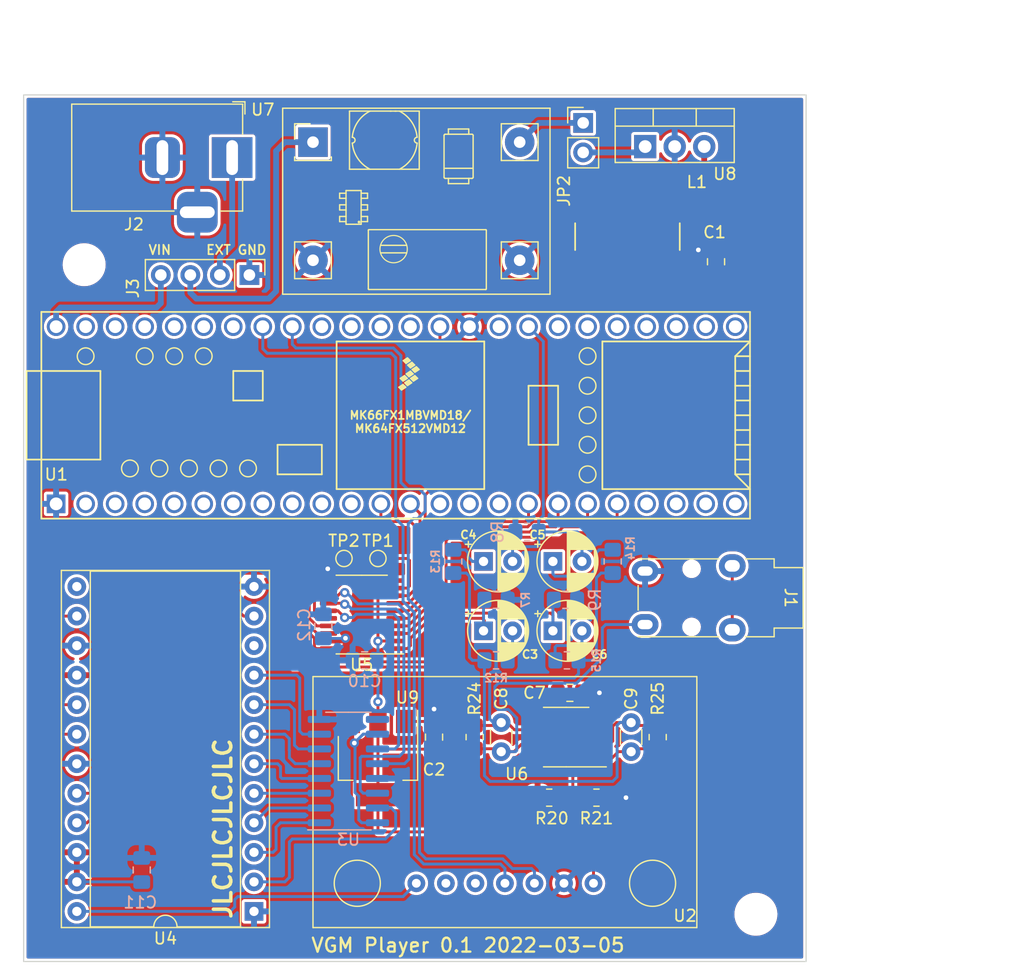
<source format=kicad_pcb>
(kicad_pcb (version 20211014) (generator pcbnew)
  (layers (0 "F.Cu" signal) (31 "B.Cu" signal) (35 "F.Paste" user) (36 "B.SilkS" user "B.Silkscreen") (37 "F.SilkS" user "F.Silkscreen") (38 "B.Mask" user) (39 "F.Mask" user) (44 "Edge.Cuts" user))
  (net 0 "")
  (net 1 "+5V")
  (net 2 "GND")
  (net 3 "+3V3")
  (net 4 "FM_L")
  (net 5 "PSG_LR")
  (net 6 "Net-(C5-Pad1)")
  (net 7 "FM_R")
  (net 8 "Net-(C6-Pad2)")
  (net 9 "VIN")
  (net 10 "FM_A1")
  (net 11 "FM_A1_HV")
  (net 12 "FM_A0")
  (net 13 "FM_A0_HV")
  (net 14 "Net-(TP1-Pad1)")
  (net 15 "Net-(TP2-Pad1)")
  (net 16 "FM_IC")
  (net 17 "FM_IC_HV")
  (net 18 "SR_MOSI")
  (net 19 "SR_SCK")
  (net 20 "SR_CS")
  (net 21 "SDA")
  (net 22 "SCL")
  (net 23 "FM_CLK")
  (net 28 "Net-(C4-Pad1)")
  (net 29 "Net-(C3-Pad2)")
  (net 59 "Net-(L1-Pad1)")
  (net 61 "SR_MOSI_HV")
  (net 62 "SR_SCK_HV")
  (net 63 "SR_CS_HV")
  (net 70 "FM_CS")
  (net 71 "FM_CS_HV")
  (net 72 "/VREF")
  (net 73 "/AR")
  (net 74 "/AL")
  (net 75 "/RIGHT")
  (net 76 "/LEFT")
  (net 77 "/D1")
  (net 78 "/D2")
  (net 79 "/D3")
  (net 80 "/D4")
  (net 81 "/D5")
  (net 82 "/D6")
  (net 83 "/D7")
  (net 84 "/D0")
  (net 85 "Net-(J3-Pad3)")
  (net 86 "Net-(JP2-Pad1)")
  (net 87 "Net-(JP2-Pad2)")
  (net 88 "Net-(J2-Pad1)")
  (footprint "Connector_Audio:Jack_3.5mm_Lumberg_1503_07_Horizontal" (layer "F.Cu") (at 166.116 99.314 -90)
    (fp_text reference "J1")
    (fp_text value "AudioJack3")
  )
  (footprint "MountingHole:MountingHole_3.2mm_M3" (layer "F.Cu") (at 110.363 73.406)
    (fp_text reference "H2" hide)
    (fp_text value "MountingHole")
  )
  (footprint "Resistor_SMD:R_0805_2012Metric_Pad1.20x1.40mm_HandSolder" (layer "F.Cu") (at 143.953 114.046 -90)
    (fp_text reference "R24")
    (fp_text value "100k")
  )
  (footprint "Package_TO_SOT_SMD:SOT-223-3_TabPin2" (layer "F.Cu") (at 135.636 115.849 -90)
    (fp_text reference "U9")
    (fp_text value "AMS1117-3.3")
  )
  (footprint "Package_DIP:DIP-24_W15.24mm_Socket" (layer "F.Cu") (at 124.973 129.037 180)
    (fp_text reference "U4")
    (fp_text value "YM2612")
  )
  (footprint "proj:Choke_CD105" (layer "F.Cu") (at 157.099 70.993 -90)
    (fp_text reference "L1")
    (fp_text value "100u")
  )
  (footprint "Capacitor_THT:CP_Radial_D5.0mm_P2.50mm" (layer "F.Cu") (at 144.717888 104.902)
    (fp_text reference "C3")
    (fp_text value "10u")
  )
  (footprint "Capacitor_SMD:C_0805_2012Metric_Pad1.18x1.45mm_HandSolder" (layer "F.Cu") (at 152.146 110.236)
    (fp_text reference "C7")
    (fp_text value "10u")
  )
  (footprint "TestPoint:TestPoint_Pad_D1.0mm" (layer "F.Cu") (at 135.636 98.679)
    (fp_text reference "TP1")
    (fp_text value "TestPoint")
  )
  (footprint "Resistor_SMD:R_0805_2012Metric_Pad1.20x1.40mm_HandSolder" (layer "F.Cu") (at 150.368 119.253)
    (fp_text reference "R20")
    (fp_text value "470")
  )
  (footprint "Capacitor_SMD:C_0805_2012Metric_Pad1.18x1.45mm_HandSolder" (layer "F.Cu") (at 164.719 73.152 90)
    (fp_text reference "C1")
    (fp_text value "10u")
  )
  (footprint "Resistor_SMD:R_0805_2012Metric_Pad1.20x1.40mm_HandSolder" (layer "F.Cu") (at 154.432 119.253)
    (fp_text reference "R21")
    (fp_text value "680")
  )
  (footprint "Connector_PinHeader_2.54mm:PinHeader_1x02_P2.54mm_Vertical" (layer "F.Cu") (at 153.289 61.209)
    (fp_text reference "JP2")
    (fp_text value "Jumper_2_Open")
  )
  (footprint "TestPoint:TestPoint_Pad_D1.0mm" (layer "F.Cu") (at 132.715 98.679)
    (fp_text reference "TP2")
    (fp_text value "TestPoint")
  )
  (footprint "Capacitor_THT:C_Disc_D3.0mm_W1.6mm_P2.50mm" (layer "F.Cu") (at 146.239 112.796 -90)
    (fp_text reference "C8")
    (fp_text value "47p")
  )
  (footprint "Capacitor_THT:CP_Radial_D5.0mm_P2.50mm" (layer "F.Cu") (at 150.686888 104.902)
    (fp_text reference "C6")
    (fp_text value "10u")
  )
  (footprint "Connector_PinHeader_2.54mm:PinHeader_1x04_P2.54mm_Vertical" (layer "F.Cu") (at 124.577 74.295 -90)
    (fp_text reference "J3")
    (fp_text value "Conn_01x04_Male")
  )
  (footprint "Capacitor_SMD:C_0805_2012Metric_Pad1.18x1.45mm_HandSolder" (layer "F.Cu") (at 140.462 114.046 90)
    (fp_text reference "C2")
    (fp_text value "10u")
  )
  (footprint "Capacitor_THT:CP_Radial_D5.0mm_P2.50mm" (layer "F.Cu") (at 144.717888 98.933)
    (fp_text reference "C4")
    (fp_text value "1u")
  )
  (footprint "MountingHole:MountingHole_3.2mm_M3" (layer "F.Cu") (at 168.148 129.286)
    (fp_text reference "H1" hide)
    (fp_text value "MountingHole")
  )
  (footprint "proj:Teensy35_36" (layer "F.Cu") (at 137.16 86.36)
    (fp_text reference "U1")
    (fp_text value "Teensy3.6")
  )
  (footprint "Capacitor_THT:CP_Radial_D5.0mm_P2.50mm" (layer "F.Cu") (at 150.686888 98.933)
    (fp_text reference "C5")
    (fp_text value "1u")
  )
  (footprint "proj:YAAJ_DCDC_StepUp_SX1308" (layer "F.Cu") (at 130.048 62.865)
    (fp_text reference "U7")
    (fp_text value "YAAJ_DCDC_StepUp_SX1308")
  )
  (footprint "Package_SO:SOIC-8_3.9x4.9mm_P1.27mm" (layer "F.Cu") (at 151.827 114.046 180)
    (fp_text reference "U6")
    (fp_text value "TL072")
  )
  (footprint "Resistor_SMD:R_0805_2012Metric_Pad1.20x1.40mm_HandSolder" (layer "F.Cu") (at 159.701 114.046 -90)
    (fp_text reference "R25")
    (fp_text value "100k")
  )
  (footprint "Package_SO:TSSOP-20_4.4x6.5mm_P0.65mm" (layer "F.Cu") (at 134.239 103.505 180)
    (fp_text reference "U5")
    (fp_text value "TXS0108EPW")
  )
  (footprint "Connector_BarrelJack:BarrelJack_Horizontal" (layer "F.Cu") (at 123.094 64.1935)
    (fp_text reference "J2")
    (fp_text value "Barrel_Jack")
  )
  (footprint "Package_TO_SOT_THT:TO-220-3_Vertical" (layer "F.Cu") (at 158.623 63.246)
    (fp_text reference "U8")
    (fp_text value "L7805")
  )
  (footprint "Capacitor_THT:C_Disc_D3.0mm_W1.6mm_P2.50mm" (layer "F.Cu") (at 157.415 112.796 -90)
    (fp_text reference "C9")
    (fp_text value "47p")
  )
  (footprint "proj:Adafruit_Si5351_Module" (layer "F.Cu") (at 142.748 121.539 90)
    (fp_text reference "U2")
    (fp_text value "Adafruit_Si5351_Module")
  )
  (footprint "Capacitor_SMD:C_0805_2012Metric_Pad1.18x1.45mm_HandSolder" (layer "B.Cu") (at 115.316 125.476 90)
    (fp_text reference "C11")
    (fp_text value "100n")
  )
  (footprint "Capacitor_SMD:C_0805_2012Metric_Pad1.18x1.45mm_HandSolder" (layer "B.Cu") (at 134.493 107.442)
    (fp_text reference "C10")
    (fp_text value "100n")
  )
  (footprint "Resistor_SMD:R_0805_2012Metric_Pad1.20x1.40mm_HandSolder" (layer "B.Cu") (at 151.765 102.235)
    (fp_text reference "R9")
    (fp_text value "2k2")
  )
  (footprint "Capacitor_SMD:C_0805_2012Metric_Pad1.18x1.45mm_HandSolder" (layer "B.Cu") (at 130.937 104.521 90)
    (fp_text reference "C12")
    (fp_text value "100n")
  )
  (footprint "Resistor_SMD:R_0805_2012Metric_Pad1.20x1.40mm_HandSolder" (layer "B.Cu") (at 151.892 107.442)
    (fp_text reference "R15")
    (fp_text value "4k7")
  )
  (footprint "Resistor_SMD:R_0805_2012Metric_Pad1.20x1.40mm_HandSolder" (layer "B.Cu") (at 148.463 96.393 180)
    (fp_text reference "R8")
    (fp_text value "330")
  )
  (footprint "Resistor_SMD:R_0805_2012Metric_Pad1.20x1.40mm_HandSolder" (layer "B.Cu") (at 142.113 98.933 -90)
    (fp_text reference "R13")
    (fp_text value "220")
  )
  (footprint "Resistor_SMD:R_0805_2012Metric_Pad1.20x1.40mm_HandSolder" (layer "B.Cu") (at 145.796 107.442 180)
    (fp_text reference "R12")
    (fp_text value "4k7")
  )
  (footprint "Package_SO:SOP-16_3.9x9.9mm_P1.27mm" (layer "B.Cu") (at 133.096 116.967)
    (fp_text reference "U3")
    (fp_text value "74HC595")
  )
  (footprint "Resistor_SMD:R_0805_2012Metric_Pad1.20x1.40mm_HandSolder" (layer "B.Cu") (at 155.829 98.933 -90)
    (fp_text reference "R14")
    (fp_text value "220")
  )
  (footprint "Resistor_SMD:R_0805_2012Metric_Pad1.20x1.40mm_HandSolder" (layer "B.Cu") (at 145.796 102.235)
    (fp_text reference "R7")
    (fp_text value "2k2")
  )
  (gr_rect (start 105.156 133.35) (end 172.466 58.801) (layer "Edge.Cuts") (width 0.1) (fill none))
  (gr_text "JLCJLCJLCJLC" (at 122.301 121.92 90) (layer "F.SilkS") (effects (font (size 1.5 1.5) (thickness 0.3))))
  (gr_text "VGM Player 0.1 2022-03-05" (at 143.383 131.953) (layer "F.SilkS") (effects (font (size 1.2 1.2) (thickness 0.2))))
  (gr_text "VIN     EXT GND" (at 115.824 72.136) (layer "F.SilkS") (effects (font (size 0.8 0.8)) (justify left)))
  (segment (start 133.604 112.967) (end 133.336 112.699) (width 0.25) (layer "F.Cu") (net 1))
  (via (at 133.604 114.554) (size 0.8) (drill 0.4) (layers "F.Cu" "B.Cu") (net 1))
  (via (at 132.842 105.537) (size 0.8) (drill 0.4) (layers "F.Cu" "B.Cu") (net 1))
  (segment (start 135.596 113.792) (end 134.366 113.792) (width 0.25) (layer "B.Cu") (net 1))
  (segment (start 133.985 119.126718) (end 133.985 121.158) (width 0.25) (layer "B.Cu") (net 1))
  (segment (start 134.366 113.792) (end 133.604 114.554) (width 0.25) (layer "B.Cu") (net 1))
  (segment (start 115.2995 126.497) (end 115.316 126.5135) (width 0.25) (layer "B.Cu") (net 1))
  (segment (start 134.239 121.412) (end 135.596 121.412) (width 0.25) (layer "B.Cu") (net 1))
  (segment (start 133.66248 114.61248) (end 133.66248 118.804197) (width 0.25) (layer "B.Cu") (net 1))
  (segment (start 109.733 126.497) (end 115.2995 126.497) (width 0.25) (layer "B.Cu") (net 1))
  (segment (start 132.8205 105.5585) (end 130.937 105.5585) (width 0.25) (layer "B.Cu") (net 1))
  (segment (start 133.604 114.554) (end 133.66248 114.61248) (width 0.25) (layer "B.Cu") (net 1))
  (segment (start 133.66248 118.804197) (end 133.985 119.126718) (width 0.25) (layer "B.Cu") (net 1))
  (segment (start 133.985 121.158) (end 134.239 121.412) (width 0.25) (layer "B.Cu") (net 1))
  (segment (start 140.1525 112.699) (end 140.462 113.0085) (width 0.25) (layer "F.Cu") (net 2))
  (segment (start 140.462 113.0085) (end 140.462 111.633) (width 0.25) (layer "F.Cu") (net 2))
  (segment (start 155.432 119.253) (end 156.972 119.253) (width 0.25) (layer "F.Cu") (net 2))
  (segment (start 131.3765 100.58) (end 131.3765 99.6265) (width 0.25) (layer "F.Cu") (net 2))
  (segment (start 154.686 110.236) (end 154.686 111.757) (width 0.25) (layer "F.Cu") (net 2))
  (segment (start 153.1835 110.236) (end 154.686 110.236) (width 0.25) (layer "F.Cu") (net 2))
  (segment (start 131.3765 99.6265) (end 131.318 99.568) (width 0.25) (layer "F.Cu") (net 2))
  (segment (start 164.719 72.1145) (end 163.2165 72.1145) (width 0.25) (layer "F.Cu") (net 2))
  (segment (start 137.936 112.699) (end 140.1525 112.699) (width 0.25) (layer "F.Cu") (net 2))
  (segment (start 154.686 111.757) (end 154.302 112.141) (width 0.25) (layer "F.Cu") (net 2))
  (segment (start 163.2165 72.1145) (end 163.195 72.136) (width 0.25) (layer "F.Cu") (net 2))
  (via (at 131.318 99.568) (size 0.8) (drill 0.4) (layers "F.Cu" "B.Cu") (net 2))
  (via (at 154.686 110.236) (size 0.8) (drill 0.4) (layers "F.Cu" "B.Cu") (net 2))
  (via (at 163.195 72.136) (size 0.8) (drill 0.4) (layers "F.Cu" "B.Cu") (net 2))
  (via (at 156.972 119.253) (size 0.8) (drill 0.4) (layers "F.Cu" "B.Cu") (net 2))
  (via (at 140.462 111.633) (size 0.8) (drill 0.4) (layers "F.Cu" "B.Cu") (net 2))
  (segment (start 135.636 112.699) (end 135.636 110.998) (width 0.25) (layer "F.Cu") (net 3))
  (segment (start 135.636 100.838) (end 135.894 100.58) (width 0.25) (layer "F.Cu") (net 3))
  (segment (start 135.636 122.1775) (end 135.6575 122.199) (width 0.25) (layer "F.Cu") (net 3))
  (segment (start 135.6575 115.0835) (end 135.636 115.062) (width 0.25) (layer "F.Cu") (net 3))
  (segment (start 153.695 122.199) (end 154.178 122.682) (width 0.25) (layer "F.Cu") (net 3))
  (segment (start 135.636 115.722) (end 135.636 118.999) (width 0.25) (layer "F.Cu") (net 3))
  (segment (start 135.636 105.791) (end 135.636 100.838) (width 0.25) (layer "F.Cu") (net 3))
  (segment (start 154.178 122.682) (end 154.178 126.619) (width 0.25) (layer "F.Cu") (net 3))
  (segment (start 135.647 105.78) (end 135.636 105.791) (width 0.25) (layer "F.Cu") (net 3))
  (segment (start 135.636 118.999) (end 135.636 122.1775) (width 0.25) (layer "F.Cu") (net 3))
  (segment (start 140.462 115.0835) (end 135.6575 115.0835) (width 0.25) (layer "F.Cu") (net 3))
  (segment (start 135.636 112.699) (end 135.636 115.062) (width 0.25) (layer "F.Cu") (net 3))
  (segment (start 135.894 100.58) (end 137.1015 100.58) (width 0.25) (layer "F.Cu") (net 3))
  (segment (start 137.1015 105.78) (end 135.647 105.78) (width 0.25) (layer "F.Cu") (net 3))
  (segment (start 135.6575 122.199) (end 153.695 122.199) (width 0.25) (layer "F.Cu") (net 3))
  (segment (start 135.636 115.062) (end 135.636 115.722) (width 0.25) (layer "F.Cu") (net 3))
  (via (at 135.636 105.791) (size 0.8) (drill 0.4) (layers "F.Cu" "B.Cu") (net 3))
  (via (at 135.636 110.998) (size 0.8) (drill 0.4) (layers "F.Cu" "B.Cu") (net 3))
  (segment (start 135.636 107.5475) (end 135.5305 107.442) (width 0.25) (layer "B.Cu") (net 3))
  (segment (start 135.636 110.998) (end 135.636 107.5475) (width 0.25) (layer "B.Cu") (net 3))
  (segment (start 135.636 107.3365) (end 135.5305 107.442) (width 0.25) (layer "B.Cu") (net 3))
  (segment (start 135.636 105.791) (end 135.636 107.3365) (width 0.25) (layer "B.Cu") (net 3))
  (segment (start 112.395 106.172) (end 113.21548 105.35152) (width 0.25) (layer "F.Cu") (net 4))
  (segment (start 110.871 121.158) (end 110.871 119.634718) (width 0.25) (layer "F.Cu") (net 4))
  (segment (start 141.537197 108.01852) (end 142.24 107.315718) (width 0.25) (layer "F.Cu") (net 4))
  (segment (start 142.67948 103.82752) (end 144.59452 103.82752) (width 0.25) (layer "F.Cu") (net 4))
  (segment (start 112.395 118.110718) (end 112.395 106.172) (width 0.25) (layer "F.Cu") (net 4))
  (segment (start 127.761283 107.442) (end 128.337802 108.01852) (width 0.25) (layer "F.Cu") (net 4))
  (segment (start 109.733 121.417) (end 110.612 121.417) (width 0.25) (layer "F.Cu") (net 4))
  (segment (start 144.78 104.839888) (end 144.717888 104.902) (width 0.25) (layer "F.Cu") (net 4))
  (segment (start 110.871 119.634718) (end 112.395 118.110718) (width 0.25) (layer "F.Cu") (net 4))
  (segment (start 128.337802 108.01852) (end 141.537197 108.01852) (width 0.25) (layer "F.Cu") (net 4))
  (segment (start 123.698 105.791) (end 123.698 106.934) (width 0.25) (layer "F.Cu") (net 4))
  (segment (start 142.24 104.267) (end 142.67948 103.82752) (width 0.25) (layer "F.Cu") (net 4))
  (segment (start 110.612 121.417) (end 110.871 121.158) (width 0.25) (layer "F.Cu") (net 4))
  (segment (start 123.698 106.934) (end 124.206 107.442) (width 0.25) (layer "F.Cu") (net 4))
  (segment (start 144.78 104.013) (end 144.78 104.839888) (width 0.25) (layer "F.Cu") (net 4))
  (segment (start 142.24 107.315718) (end 142.24 104.267) (width 0.25) (layer "F.Cu") (net 4))
  (segment (start 113.21548 105.35152) (end 123.25852 105.35152) (width 0.25) (layer "F.Cu") (net 4))
  (segment (start 124.206 107.442) (end 127.761283 107.442) (width 0.25) (layer "F.Cu") (net 4))
  (segment (start 123.25852 105.35152) (end 123.698 105.791) (width 0.25) (layer "F.Cu") (net 4))
  (segment (start 144.59452 103.82752) (end 144.78 104.013) (width 0.25) (layer "F.Cu") (net 4))
  (segment (start 144.717888 104.902) (end 144.717888 102.313112) (width 0.25) (layer "B.Cu") (net 4))
  (segment (start 144.717888 102.313112) (end 144.796 102.235) (width 0.25) (layer "B.Cu") (net 4))
  (segment (start 153.186888 96.798888) (end 153.186888 98.933) (width 0.25) (layer "B.Cu") (net 5))
  (segment (start 147.447 97.663) (end 147.217888 97.892112) (width 0.25) (layer "B.Cu") (net 5))
  (segment (start 148.59 78.74) (end 149.86 80.01) (width 0.25) (layer "B.Cu") (net 5))
  (segment (start 149.463 97.552) (end 149.352 97.663) (width 0.25) (layer "B.Cu") (net 5))
  (segment (start 149.352 97.663) (end 147.447 97.663) (width 0.25) (layer "B.Cu") (net 5))
  (segment (start 149.86 80.01) (end 149.86 94.996) (width 0.25) (layer "B.Cu") (net 5))
  (segment (start 152.781 96.393) (end 153.186888 96.798888) (width 0.25) (layer "B.Cu") (net 5))
  (segment (start 149.463 95.393) (end 149.463 96.393) (width 0.25) (layer "B.Cu") (net 5))
  (segment (start 149.86 94.996) (end 149.463 95.393) (width 0.25) (layer "B.Cu") (net 5))
  (segment (start 149.463 96.393) (end 152.781 96.393) (width 0.25) (layer "B.Cu") (net 5))
  (segment (start 149.463 96.393) (end 149.463 97.552) (width 0.25) (layer "B.Cu") (net 5))
  (segment (start 147.217888 97.892112) (end 147.217888 98.933) (width 0.25) (layer "B.Cu") (net 5))
  (segment (start 153.797 100.203) (end 154.432 99.568) (width 0.25) (layer "B.Cu") (net 6))
  (segment (start 150.876 100.203) (end 153.797 100.203) (width 0.25) (layer "B.Cu") (net 6))
  (segment (start 150.686888 98.933) (end 150.686888 100.013888) (width 0.25) (layer "B.Cu") (net 6))
  (segment (start 154.67 97.933) (end 155.829 97.933) (width 0.25) (layer "B.Cu") (net 6))
  (segment (start 150.686888 100.013888) (end 150.876 100.203) (width 0.25) (layer "B.Cu") (net 6))
  (segment (start 154.432 99.568) (end 154.432 98.171) (width 0.25) (layer "B.Cu") (net 6))
  (segment (start 154.432 98.171) (end 154.67 97.933) (width 0.25) (layer "B.Cu") (net 6))
  (segment (start 110.993 118.877) (end 111.94548 117.92452) (width 0.25) (layer "F.Cu") (net 7))
  (segment (start 113.029282 104.902) (end 125.73 104.902) (width 0.25) (layer "F.Cu") (net 7))
  (segment (start 150.686888 103.569888) (end 150.686888 104.902) (width 0.25) (layer "F.Cu") (net 7))
  (segment (start 127.94748 106.99248) (end 128.524 107.569) (width 0.25) (layer "F.Cu") (net 7))
  (segment (start 126.365 105.537) (end 126.365 106.68) (width 0.25) (layer "F.Cu") (net 7))
  (segment (start 128.524 107.569) (end 141.351 107.569) (width 0.25) (layer "F.Cu") (net 7))
  (segment (start 111.94548 105.985802) (end 113.029282 104.902) (width 0.25) (layer "F.Cu") (net 7))
  (segment (start 141.79048 107.12952) (end 141.79048 104.080802) (width 0.25) (layer "F.Cu") (net 7))
  (segment (start 142.493282 103.378) (end 150.495 103.378) (width 0.25) (layer "F.Cu") (net 7))
  (segment (start 150.495 103.378) (end 150.686888 103.569888) (width 0.25) (layer "F.Cu") (net 7))
  (segment (start 125.73 104.902) (end 126.365 105.537) (width 0.25) (layer "F.Cu") (net 7))
  (segment (start 111.94548 117.92452) (end 111.94548 105.985802) (width 0.25) (layer "F.Cu") (net 7))
  (segment (start 109.733 118.877) (end 110.993 118.877) (width 0.25) (layer "F.Cu") (net 7))
  (segment (start 126.365 106.68) (end 126.67748 106.99248) (width 0.25) (layer "F.Cu") (net 7))
  (segment (start 126.67748 106.99248) (end 127.94748 106.99248) (width 0.25) (layer "F.Cu") (net 7))
  (segment (start 141.79048 104.080802) (end 142.493282 103.378) (width 0.25) (layer "F.Cu") (net 7))
  (segment (start 141.351 107.569) (end 141.79048 107.12952) (width 0.25) (layer "F.Cu") (net 7))
  (segment (start 150.686888 102.313112) (end 150.765 102.235) (width 0.25) (layer "B.Cu") (net 7))
  (segment (start 150.686888 104.902) (end 150.686888 102.313112) (width 0.25) (layer "B.Cu") (net 7))
  (segment (start 150.876 107.426) (end 150.892 107.442) (width 0.25) (layer "B.Cu") (net 8))
  (segment (start 152.908 106.172) (end 151.003 106.172) (width 0.25) (layer "B.Cu") (net 8))
  (segment (start 153.186888 105.893112) (end 152.908 106.172) (width 0.25) (layer "B.Cu") (net 8))
  (segment (start 151.003 106.172) (end 150.876 106.299) (width 0.25) (layer "B.Cu") (net 8))
  (segment (start 150.876 106.299) (end 150.876 107.426) (width 0.25) (layer "B.Cu") (net 8))
  (segment (start 153.186888 104.902) (end 153.186888 105.893112) (width 0.25) (layer "B.Cu") (net 8))
  (segment (start 108.331 77.089) (end 116.586 77.089) (width 0.5) (layer "B.Cu") (net 9))
  (segment (start 107.95 78.74) (end 107.95 77.47) (width 0.5) (layer "B.Cu") (net 9))
  (segment (start 107.95 77.47) (end 108.331 77.089) (width 0.5) (layer "B.Cu") (net 9))
  (segment (start 116.586 77.089) (end 116.957 76.718) (width 0.5) (layer "B.Cu") (net 9))
  (segment (start 116.957 76.718) (end 116.957 74.295) (width 0.5) (layer "B.Cu") (net 9))
  (segment (start 148.59 95.25) (end 148.59 93.98) (width 0.25) (layer "F.Cu") (net 10))
  (segment (start 140.14952 101.914633) (end 140.14952 95.81648) (width 0.25) (layer "F.Cu") (net 10))
  (segment (start 148.336 95.504) (end 148.59 95.25) (width 0.25) (layer "F.Cu") (net 10))
  (segment (start 137.1015 103.83) (end 138.234154 103.83) (width 0.25) (layer "F.Cu") (net 10))
  (segment (start 138.234154 103.83) (end 140.14952 101.914633) (width 0.25) (layer "F.Cu") (net 10))
  (segment (start 140.14952 95.81648) (end 140.462 95.504) (width 0.25) (layer "F.Cu") (net 10))
  (segment (start 140.462 95.504) (end 148.336 95.504) (width 0.25) (layer "F.Cu") (net 10))
  (segment (start 130.175 103.632) (end 130.175 99.821282) (width 0.25) (layer "F.Cu") (net 11))
  (segment (start 107.315 113.284) (end 107.828 113.797) (width 0.25) (layer "F.Cu") (net 11))
  (segment (start 107.828 113.797) (end 109.733 113.797) (width 0.25) (layer "F.Cu") (net 11))
  (segment (start 131.3765 103.83) (end 130.373 103.83) (width 0.25) (layer "F.Cu") (net 11))
  (segment (start 128.905718 98.552) (end 108.330283 98.552) (width 0.25) (layer "F.Cu") (net 11))
  (segment (start 107.315 99.567283) (end 107.315 113.284) (width 0.25) (layer "F.Cu") (net 11))
  (segment (start 108.330283 98.552) (end 107.315 99.567283) (width 0.25) (layer "F.Cu") (net 11))
  (segment (start 130.175 99.821282) (end 128.905718 98.552) (width 0.25) (layer "F.Cu") (net 11))
  (segment (start 130.373 103.83) (end 130.175 103.632) (width 0.25) (layer "F.Cu") (net 11))
  (segment (start 140.59904 102.10083) (end 140.59904 96.266) (width 0.25) (layer "F.Cu") (net 12))
  (segment (start 151.13 95.123) (end 151.13 93.98) (width 0.25) (layer "F.Cu") (net 12))
  (segment (start 148.522197 95.95352) (end 148.971718 95.504) (width 0.25) (layer "F.Cu") (net 12))
  (segment (start 140.59904 96.266) (end 140.91152 95.95352) (width 0.25) (layer "F.Cu") (net 12))
  (segment (start 138.219872 104.48) (end 140.59904 102.10083) (width 0.25) (layer "F.Cu") (net 12))
  (segment (start 148.971718 95.504) (end 150.749 95.504) (width 0.25) (layer "F.Cu") (net 12))
  (segment (start 140.91152 95.95352) (end 148.522197 95.95352) (width 0.25) (layer "F.Cu") (net 12))
  (segment (start 150.749 95.504) (end 151.13 95.123) (width 0.25) (layer "F.Cu") (net 12))
  (segment (start 137.1015 104.48) (end 138.219872 104.48) (width 0.25) (layer "F.Cu") (net 12))
  (segment (start 107.76452 110.93952) (end 108.082 111.257) (width 0.25) (layer "F.Cu") (net 13))
  (segment (start 108.51648 99.00152) (end 107.76452 99.75348) (width 0.25) (layer "F.Cu") (net 13))
  (segment (start 128.71952 99.00152) (end 108.51648 99.00152) (width 0.25) (layer "F.Cu") (net 13))
  (segment (start 129.72548 103.818197) (end 129.72548 100.00748) (width 0.25) (layer "F.Cu") (net 13))
  (segment (start 131.3765 104.48) (end 130.387282 104.48) (width 0.25) (layer "F.Cu") (net 13))
  (segment (start 107.76452 99.75348) (end 107.76452 110.93952) (width 0.25) (layer "F.Cu") (net 13))
  (segment (start 129.72548 100.00748) (end 128.71952 99.00152) (width 0.25) (layer "F.Cu") (net 13))
  (segment (start 108.082 111.257) (end 109.733 111.257) (width 0.25) (layer "F.Cu") (net 13))
  (segment (start 130.387282 104.48) (end 129.72548 103.818197) (width 0.25) (layer "F.Cu") (net 13))
  (segment (start 138.35144 101.04356) (end 138.35144 98.85444) (width 0.25) (layer "F.Cu") (net 14))
  (segment (start 138.176 98.679) (end 135.636 98.679) (width 0.25) (layer "F.Cu") (net 14))
  (segment (start 137.1015 101.23) (end 138.165 101.23) (width 0.25) (layer "F.Cu") (net 14))
  (segment (start 138.35144 98.85444) (end 138.176 98.679) (width 0.25) (layer "F.Cu") (net 14))
  (segment (start 138.165 101.23) (end 138.35144 101.04356) (width 0.25) (layer "F.Cu") (net 14))
  (segment (start 132.715 100.650883) (end 132.715 98.679) (width 0.25) (layer "F.Cu") (net 15))
  (segment (start 131.3765 101.23) (end 132.135883 101.23) (width 0.25) (layer "F.Cu") (net 15))
  (segment (start 132.135883 101.23) (end 132.715 100.650883) (width 0.25) (layer "F.Cu") (net 15))
  (segment (start 141.78044 96.85256) (end 148.894592 96.85256) (width 0.25) (layer "F.Cu") (net 16))
  (segment (start 151.570915 95.95352) (end 153.475197 95.95352) (width 0.25) (layer "F.Cu") (net 16))
  (segment (start 153.924718 95.504) (end 155.829 95.504) (width 0.25) (layer "F.Cu") (net 16))
  (segment (start 156.21 95.123) (end 156.21 93.98) (width 0.25) (layer "F.Cu") (net 16))
  (segment (start 138.43 106.172) (end 138.43 105.541306) (width 0.25) (layer "F.Cu") (net 16))
  (segment (start 138.172 106.43) (end 138.43 106.172) (width 0.25) (layer "F.Cu") (net 16))
  (segment (start 155.829 95.504) (end 156.21 95.123) (width 0.25) (layer "F.Cu") (net 16))
  (segment (start 151.121394 96.40304) (end 151.570915 95.95352) (width 0.25) (layer "F.Cu") (net 16))
  (segment (start 138.43 105.541306) (end 139.130654 104.840654) (width 0.25) (layer "F.Cu") (net 16))
  (segment (start 149.344112 96.40304) (end 151.121394 96.40304) (width 0.25) (layer "F.Cu") (net 16))
  (segment (start 137.1015 106.43) (end 138.172 106.43) (width 0.25) (layer "F.Cu") (net 16))
  (segment (start 141.49808 97.13492) (end 141.78044 96.85256) (width 0.25) (layer "F.Cu") (net 16))
  (segment (start 148.894592 96.85256) (end 149.344112 96.40304) (width 0.25) (layer "F.Cu") (net 16))
  (segment (start 139.130654 104.840654) (end 141.49808 102.473225) (width 0.25) (layer "F.Cu") (net 16))
  (segment (start 153.475197 95.95352) (end 153.924718 95.504) (width 0.25) (layer "F.Cu") (net 16))
  (segment (start 141.49808 102.473225) (end 141.49808 97.13492) (width 0.25) (layer "F.Cu") (net 16))
  (segment (start 128.395564 99.949) (end 128.82644 100.379876) (width 0.25) (layer "F.Cu") (net 17))
  (segment (start 128.82644 104.190592) (end 130.175 105.539151) (width 0.25) (layer "F.Cu") (net 17))
  (segment (start 123.698 103.251) (end 123.698 100.076) (width 0.25) (layer "F.Cu") (net 17))
  (segment (start 124.084 103.637) (end 123.698 103.251) (width 0.25) (layer "F.Cu") (net 17))
  (segment (start 130.175 105.539151) (end 130.175 106.299) (width 0.25) (layer "F.Cu") (net 17))
  (segment (start 123.825 99.949) (end 128.395564 99.949) (width 0.25) (layer "F.Cu") (net 17))
  (segment (start 130.306 106.43) (end 131.3765 106.43) (width 0.25) (layer "F.Cu") (net 17))
  (segment (start 128.82644 100.379876) (end 128.82644 104.190592) (width 0.25) (layer "F.Cu") (net 17))
  (segment (start 130.175 106.299) (end 130.306 106.43) (width 0.25) (layer "F.Cu") (net 17))
  (segment (start 123.698 100.076) (end 123.825 99.949) (width 0.25) (layer "F.Cu") (net 17))
  (segment (start 124.973 103.637) (end 124.084 103.637) (width 0.25) (layer "F.Cu") (net 17))
  (segment (start 138.262718 102.53) (end 139.25048 101.542238) (width 0.25) (layer "F.Cu") (net 18))
  (segment (start 139.25048 101.542238) (end 139.25048 94.80048) (width 0.25) (layer "F.Cu") (net 18))
  (segment (start 137.1015 102.53) (end 138.262718 102.53) (width 0.25) (layer "F.Cu") (net 18))
  (segment (start 139.25048 94.80048) (end 138.43 93.98) (width 0.25) (layer "F.Cu") (net 18))
  (segment (start 138.248436 103.18) (end 137.1015 103.18) (width 0.25) (layer "F.Cu") (net 19))
  (segment (start 139.7 93.218) (end 139.7 101.728436) (width 0.25) (layer "F.Cu") (net 19))
  (segment (start 140.081 92.837) (end 139.7 93.218) (width 0.25) (layer "F.Cu") (net 19))
  (segment (start 140.97 92.456) (end 140.589 92.837) (width 0.25) (layer "F.Cu") (net 19))
  (segment (start 140.589 92.837) (end 140.081 92.837) (width 0.25) (layer "F.Cu") (net 19))
  (segment (start 140.97 78.74) (end 140.97 92.456) (width 0.25) (layer "F.Cu") (net 19))
  (segment (start 139.7 101.728436) (end 138.248436 103.18) (width 0.25) (layer "F.Cu") (net 19))
  (segment (start 136.144 95.504) (end 135.89 95.25) (width 0.25) (layer "F.Cu") (net 20))
  (segment (start 137.1015 101.88) (end 138.277 101.88) (width 0.25) (layer "F.Cu") (net 20))
  (segment (start 138.80096 95.87496) (end 138.43 95.504) (width 0.25) (layer "F.Cu") (net 20))
  (segment (start 138.80096 101.35604) (end 138.80096 95.87496) (width 0.25) (layer "F.Cu") (net 20))
  (segment (start 135.89 95.25) (end 135.89 93.98) (width 0.25) (layer "F.Cu") (net 20))
  (segment (start 138.277 101.88) (end 138.80096 101.35604) (width 0.25) (layer "F.Cu") (net 20))
  (segment (start 138.43 95.504) (end 136.144 95.504) (width 0.25) (layer "F.Cu") (net 20))
  (segment (start 138.684 95.25) (end 138.24452 95.68948) (width 0.25) (layer "B.Cu") (net 21))
  (segment (start 149.098 125.603) (end 149.098 126.619) (width 0.25) (layer "B.Cu") (net 21))
  (segment (start 128.27 80.264) (end 128.58248 80.57648) (width 0.25) (layer "B.Cu") (net 21))
  (segment (start 139.759198 124.51848) (end 146.363198 124.51848) (width 0.25) (layer "B.Cu") (net 21))
  (segment (start 128.58248 80.57648) (end 136.965198 80.57648) (width 0.25) (layer "B.Cu") (net 21))
  (segment (start 147.193718 125.349) (end 148.844 125.349) (width 0.25) (layer "B.Cu") (net 21))
  (segment (start 139.065 95.25) (end 138.684 95.25) (width 0.25) (layer "B.Cu") (net 21))
  (segment (start 139.21208 123.971362) (end 139.759198 124.51848) (width 0.25) (layer "B.Cu") (net 21))
  (segment (start 139.7 93.218) (end 139.7 94.615) (width 0.25) (layer "B.Cu") (net 21))
  (segment (start 128.27 78.74) (end 128.27 80.264) (width 0.25) (layer "B.Cu") (net 21))
  (segment (start 139.21208 103.141211) (end 139.21208 123.971362) (width 0.25) (layer "B.Cu") (net 21))
  (segment (start 146.363198 124.51848) (end 147.193718 125.349) (width 0.25) (layer "B.Cu") (net 21))
  (segment (start 138.24452 95.68948) (end 138.24452 102.173651) (width 0.25) (layer "B.Cu") (net 21))
  (segment (start 139.7 94.615) (end 139.065 95.25) (width 0.25) (layer "B.Cu") (net 21))
  (segment (start 139.192 92.71) (end 139.7 93.218) (width 0.25) (layer "B.Cu") (net 21))
  (segment (start 138.24452 102.173651) (end 139.21208 103.141211) (width 0.25) (layer "B.Cu") (net 21))
  (segment (start 148.844 125.349) (end 149.098 125.603) (width 0.25) (layer "B.Cu") (net 21))
  (segment (start 136.965198 80.57648) (end 137.60952 81.220803) (width 0.25) (layer "B.Cu") (net 21))
  (segment (start 137.60952 92.14352) (end 138.176 92.71) (width 0.25) (layer "B.Cu") (net 21))
  (segment (start 137.60952 81.220803) (end 137.60952 92.14352) (width 0.25) (layer "B.Cu") (net 21))
  (segment (start 138.176 92.71) (end 139.192 92.71) (width 0.25) (layer "B.Cu") (net 21))
  (segment (start 137.16 95.25) (end 137.16 81.407) (width 0.25) (layer "B.Cu") (net 22))
  (segment (start 126.111 81.026) (end 125.73 80.645) (width 0.25) (layer "B.Cu") (net 22))
  (segment (start 136.779 81.026) (end 126.111 81.026) (width 0.25) (layer "B.Cu") (net 22))
  (segment (start 138.76256 124.15756) (end 138.76256 103.327409) (width 0.25) (layer "B.Cu") (net 22))
  (segment (start 137.16 81.407) (end 136.779 81.026) (width 0.25) (layer "B.Cu") (net 22))
  (segment (start 146.558 125.349) (end 146.177 124.968) (width 0.25) (layer "B.Cu") (net 22))
  (segment (start 137.795 95.885) (end 137.16 95.25) (width 0.25) (layer "B.Cu") (net 22))
  (segment (start 138.76256 103.327409) (end 137.795 102.359849) (width 0.25) (layer "B.Cu") (net 22))
  (segment (start 146.558 126.619) (end 146.558 125.349) (width 0.25) (layer "B.Cu") (net 22))
  (segment (start 146.177 124.968) (end 139.573 124.968) (width 0.25) (layer "B.Cu") (net 22))
  (segment (start 139.573 124.968) (end 138.76256 124.15756) (width 0.25) (layer "B.Cu") (net 22))
  (segment (start 125.73 80.645) (end 125.73 78.74) (width 0.25) (layer "B.Cu") (net 22))
  (segment (start 137.795 102.359849) (end 137.795 95.885) (width 0.25) (layer "B.Cu") (net 22))
  (segment (start 123.317 128.016) (end 123.571 127.762) (width 0.25) (layer "B.Cu") (net 23))
  (segment (start 122.931 129.037) (end 123.317 128.651) (width 0.25) (layer "B.Cu") (net 23))
  (segment (start 109.733 129.037) (end 122.931 129.037) (width 0.25) (layer "B.Cu") (net 23))
  (segment (start 137.795 127.762) (end 138.938 126.619) (width 0.25) (layer "B.Cu") (net 23))
  (segment (start 123.317 128.651) (end 123.317 128.016) (width 0.25) (layer "B.Cu") (net 23))
  (segment (start 123.571 127.762) (end 137.795 127.762) (width 0.25) (layer "B.Cu") (net 23))
  (segment (start 143.764 98.933) (end 143.383 98.552) (width 0.25) (layer "B.Cu") (net 28))
  (segment (start 144.717888 98.933) (end 143.764 98.933) (width 0.25) (layer "B.Cu") (net 28))
  (segment (start 143.383 98.552) (end 143.383 98.171) (width 0.25) (layer "B.Cu") (net 28))
  (segment (start 143.145 97.933) (end 142.113 97.933) (width 0.25) (layer "B.Cu") (net 28))
  (segment (start 143.383 98.171) (end 143.145 97.933) (width 0.25) (layer "B.Cu") (net 28))
  (segment (start 147.217888 104.902) (end 147.217888 106.020112) (width 0.25) (layer "B.Cu") (net 29))
  (segment (start 147.217888 106.020112) (end 146.796 106.442) (width 0.25) (layer "B.Cu") (net 29))
  (segment (start 146.796 106.442) (end 146.796 107.442) (width 0.25) (layer "B.Cu") (net 29))
  (segment (start 163.703 63.246) (end 163.703 67.183) (width 0.5) (layer "F.Cu") (net 59))
  (segment (start 163.018 67.868) (end 157.099 67.868) (width 0.5) (layer "F.Cu") (net 59))
  (segment (start 163.703 67.183) (end 163.018 67.868) (width 0.5) (layer "F.Cu") (net 59))
  (segment (start 132.688 102.53) (end 131.3765 102.53) (width 0.25) (layer "F.Cu") (net 61))
  (segment (start 132.774 102.616) (end 132.688 102.53) (width 0.25) (layer "F.Cu") (net 61))
  (via (at 132.774 102.616) (size 0.8) (drill 0.4) (layers "F.Cu" "B.Cu") (net 61))
  (segment (start 134.112 115.824) (end 134.112 118.618) (width 0.25) (layer "B.Cu") (net 61))
  (segment (start 137.4775 115.697) (end 134.239 115.697) (width 0.25) (layer "B.Cu") (net 61))
  (segment (start 132.969 102.616) (end 133.382359 103.029359) (width 0.25) (layer "B.Cu") (net 61))
  (segment (start 137.193077 103.029359) (end 137.86352 103.699803) (width 0.25) (layer "B.Cu") (net 61))
  (segment (start 134.239 115.697) (end 134.112 115.824) (width 0.25) (layer "B.Cu") (net 61))
  (segment (start 137.86352 115.31098) (end 137.4775 115.697) (width 0.25) (layer "B.Cu") (net 61))
  (segment (start 137.86352 103.699803) (end 137.86352 115.31098) (width 0.25) (layer "B.Cu") (net 61))
  (segment (start 134.112 118.618) (end 134.366 118.872) (width 0.25) (layer "B.Cu") (net 61))
  (segment (start 133.382359 103.029359) (end 137.193077 103.029359) (width 0.25) (layer "B.Cu") (net 61))
  (segment (start 132.774 102.616) (end 132.969 102.616) (width 0.25) (layer "B.Cu") (net 61))
  (segment (start 134.366 118.872) (end 135.596 118.872) (width 0.25) (layer "B.Cu") (net 61))
  (segment (start 132.774 103.759) (end 132.195 103.18) (width 0.25) (layer "F.Cu") (net 62))
  (segment (start 132.195 103.18) (end 131.3765 103.18) (width 0.25) (layer "F.Cu") (net 62))
  (via (at 132.774 103.759) (size 0.8) (drill 0.4) (layers "F.Cu" "B.Cu") (net 62))
  (segment (start 137.414 114.7445) (end 137.0965 115.062) (width 0.25) (layer "B.Cu") (net 62))
  (segment (start 133.477 103.759) (end 133.757121 103.478879) (width 0.25) (layer "B.Cu") (net 62))
  (segment (start 137.006879 103.478879) (end 137.414 103.886) (width 0.25) (layer "B.Cu") (net 62))
  (segment (start 137.414 103.886) (end 137.414 114.7445) (width 0.25) (layer "B.Cu") (net 62))
  (segment (start 137.0965 115.062) (end 135.596 115.062) (width 0.25) (layer "B.Cu") (net 62))
  (segment (start 132.774 103.759) (end 133.477 103.759) (width 0.25) (layer "B.Cu") (net 62))
  (segment (start 133.757121 103.478879) (end 137.006879 103.478879) (width 0.25) (layer "B.Cu") (net 62))
  (segment (start 131.3765 101.88) (end 132.181 101.88) (width 0.25) (layer "F.Cu") (net 63))
  (segment (start 132.181 101.88) (end 132.444503 101.616497) (width 0.25) (layer "F.Cu") (net 63))
  (segment (start 132.444503 101.616497) (end 132.774 101.616497) (width 0.25) (layer "F.Cu") (net 63))
  (via (at 132.774 101.616497) (size 0.8) (drill 0.4) (layers "F.Cu" "B.Cu") (net 63))
  (segment (start 138.313039 104.394) (end 138.31304 115.94096) (width 0.25) (layer "B.Cu") (net 63))
  (segment (start 138.31304 103.513606) (end 138.313039 104.394) (width 0.25) (layer "B.Cu") (net 63))
  (segment (start 138.31304 115.94096) (end 137.922 116.332) (width 0.25) (layer "B.Cu") (net 63))
  (segment (start 132.935735 101.616497) (end 133.899077 102.579839) (width 0.25) (layer "B.Cu") (net 63))
  (segment (start 132.774 101.616497) (end 132.935735 101.616497) (width 0.25) (layer "B.Cu") (net 63))
  (segment (start 137.379275 102.57984) (end 138.31304 103.513606) (width 0.25) (layer "B.Cu") (net 63))
  (segment (start 133.899077 102.579839) (end 137.379275 102.57984) (width 0.25) (layer "B.Cu") (net 63))
  (segment (start 137.922 116.332) (end 135.596 116.332) (width 0.25) (layer "B.Cu") (net 63))
  (segment (start 138.205589 105.13) (end 138.685795 104.649795) (width 0.25) (layer "F.Cu") (net 70))
  (segment (start 153.289 95.504) (end 153.67 95.123) (width 0.25) (layer "F.Cu") (net 70))
  (segment (start 137.1015 105.13) (end 138.205589 105.13) (width 0.25) (layer "F.Cu") (net 70))
  (segment (start 141.34096 96.40304) (end 148.708394 96.40304) (width 0.25) (layer "F.Cu") (net 70))
  (segment (start 138.685795 104.649795) (end 141.04856 102.287028) (width 0.25) (layer "F.Cu") (net 70))
  (segment (start 151.384718 95.504) (end 153.289 95.504) (width 0.25) (layer "F.Cu") (net 70))
  (segment (start 141.04856 102.287028) (end 141.04856 96.69544) (width 0.25) (layer "F.Cu") (net 70))
  (segment (start 153.67 95.123) (end 153.67 93.98) (width 0.25) (layer "F.Cu") (net 70))
  (segment (start 150.935197 95.95352) (end 151.384718 95.504) (width 0.25) (layer "F.Cu") (net 70))
  (segment (start 149.157915 95.95352) (end 150.935197 95.95352) (width 0.25) (layer "F.Cu") (net 70))
  (segment (start 148.708394 96.40304) (end 149.157915 95.95352) (width 0.25) (layer "F.Cu") (net 70))
  (segment (start 141.04856 96.69544) (end 141.34096 96.40304) (width 0.25) (layer "F.Cu") (net 70))
  (segment (start 108.336 103.637) (end 109.733 103.637) (width 0.25) (layer "F.Cu") (net 71))
  (segment (start 131.3765 105.13) (end 130.401565 105.13) (width 0.25) (layer "F.Cu") (net 71))
  (segment (start 128.533322 99.45104) (end 108.95596 99.45104) (width 0.25) (layer "F.Cu") (net 71))
  (segment (start 129.27596 100.193678) (end 128.533322 99.45104) (width 0.25) (layer "F.Cu") (net 71))
  (segment (start 129.27596 104.004394) (end 129.27596 100.193678) (width 0.25) (layer "F.Cu") (net 71))
  (segment (start 108.21404 100.19296) (end 108.21404 103.51504) (width 0.25) (layer "F.Cu") (net 71))
  (segment (start 108.95596 99.45104) (end 108.21404 100.19296) (width 0.25) (layer "F.Cu") (net 71))
  (segment (start 108.21404 103.51504) (end 108.336 103.637) (width 0.25) (layer "F.Cu") (net 71))
  (segment (start 130.401565 105.13) (end 129.27596 104.004394) (width 0.25) (layer "F.Cu") (net 71))
  (segment (start 152.4 112.395) (end 152.146 112.141) (width 0.25) (layer "F.Cu") (net 72))
  (segment (start 152.146 112.141) (end 151.13 112.141) (width 0.25) (layer "F.Cu") (net 72))
  (segment (start 151.368 119.253) (end 152.4 119.253) (width 0.25) (layer "F.Cu") (net 72))
  (segment (start 152.4 113.411) (end 152.4 112.395) (width 0.25) (layer "F.Cu") (net 72))
  (segment (start 152.4 116.84) (end 152.4 113.411) (width 0.25) (layer "F.Cu") (net 72))
  (segment (start 151.1085 110.236) (end 151.1085 112.1195) (width 0.25) (layer "F.Cu") (net 72))
  (segment (start 154.302 113.411) (end 152.4 113.411) (width 0.25) (layer "F.Cu") (net 72))
  (segment (start 152.4 119.253) (end 153.432 119.253) (width 0.25) (layer "F.Cu") (net 72))
  (segment (start 151.13 112.141) (end 149.352 112.141) (width 0.25) (layer "F.Cu") (net 72))
  (segment (start 151.1085 112.1195) (end 151.13 112.141) (width 0.25) (layer "F.Cu") (net 72))
  (segment (start 152.4 117.475) (end 152.4 117.094) (width 0.25) (layer "F.Cu") (net 72))
  (segment (start 152.4 119.253) (end 152.4 117.475) (width 0.25) (layer "F.Cu") (net 72))
  (segment (start 152.4 117.094) (end 152.4 116.84) (width 0.25) (layer "F.Cu") (net 72))
  (segment (start 143.953 113.046) (end 145.989 113.046) (width 0.25) (layer "F.Cu") (net 73))
  (segment (start 146.756 112.796) (end 146.239 112.796) (width 0.25) (layer "F.Cu") (net 73))
  (segment (start 147.371 113.411) (end 146.756 112.796) (width 0.25) (layer "F.Cu") (net 73))
  (segment (start 145.989 113.046) (end 146.239 112.796) (width 0.25) (layer "F.Cu") (net 73))
  (segment (start 149.352 113.411) (end 147.371 113.411) (width 0.25) (layer "F.Cu") (net 73))
  (segment (start 145.24552 112.47952) (end 145.562 112.796) (width 0.25) (layer "B.Cu") (net 73))
  (segment (start 145.24552 109.26248) (end 145.24552 112.47952) (width 0.25) (layer "B.Cu") (net 73))
  (segment (start 152.527 108.966) (end 145.542 108.966) (width 0.25) (layer "B.Cu") (net 73))
  (segment (start 145.562 112.796) (end 146.239 112.796) (width 0.25) (layer "B.Cu") (net 73))
  (segment (start 145.542 108.966) (end 145.24552 109.26248) (width 0.25) (layer "B.Cu") (net 73))
  (segment (start 152.892 107.442) (end 152.892 108.601) (width 0.25) (layer "B.Cu") (net 73))
  (segment (start 154.829 99.933) (end 154.432 100.33) (width 0.25) (layer "B.Cu") (net 73))
  (segment (start 154.432 107.061) (end 154.051 107.442) (width 0.25) (layer "B.Cu") (net 73))
  (segment (start 155.829 99.933) (end 154.829 99.933) (width 0.25) (layer "B.Cu") (net 73))
  (segment (start 154.051 107.442) (end 152.892 107.442) (width 0.25) (layer "B.Cu") (net 73))
  (segment (start 154.432 100.33) (end 154.432 107.061) (width 0.25) (layer "B.Cu") (net 73))
  (segment (start 152.892 108.601) (end 152.527 108.966) (width 0.25) (layer "B.Cu") (net 73))
  (segment (start 155.836 114.383) (end 155.836 113.113) (width 0.25) (layer "F.Cu") (net 74))
  (segment (start 156.153 112.796) (end 157.415 112.796) (width 0.25) (layer "F.Cu") (net 74))
  (segment (start 157.665 113.046) (end 157.415 112.796) (width 0.25) (layer "F.Cu") (net 74))
  (segment (start 159.701 113.046) (end 157.665 113.046) (width 0.25) (layer "F.Cu") (net 74))
  (segment (start 155.538 114.681) (end 155.836 114.383) (width 0.25) (layer "F.Cu") (net 74))
  (segment (start 154.302 114.681) (end 155.538 114.681) (width 0.25) (layer "F.Cu") (net 74))
  (segment (start 155.836 113.113) (end 156.153 112.796) (width 0.25) (layer "F.Cu") (net 74))
  (segment (start 143.764 107.442) (end 144.796 107.442) (width 0.25) (layer "B.Cu") (net 74))
  (segment (start 157.395 112.776) (end 157.415 112.796) (width 0.25) (layer "B.Cu") (net 74))
  (segment (start 142.113 99.933) (end 143.24 99.933) (width 0.25) (layer "B.Cu") (net 74))
  (segment (start 145.288 117.856) (end 155.829 117.856) (width 0.25) (layer "B.Cu") (net 74))
  (segment (start 144.796 107.442) (end 144.796 117.364) (width 0.25) (layer "B.Cu") (net 74))
  (segment (start 143.51 107.188) (end 143.764 107.442) (width 0.25) (layer "B.Cu") (net 74))
  (segment (start 156.464 112.776) (end 157.395 112.776) (width 0.25) (layer "B.Cu") (net 74))
  (segment (start 156.21 117.475) (end 156.21 113.03) (width 0.25) (layer "B.Cu") (net 74))
  (segment (start 155.829 117.856) (end 156.21 117.475) (width 0.25) (layer "B.Cu") (net 74))
  (segment (start 143.24 99.933) (end 143.51 100.203) (width 0.25) (layer "B.Cu") (net 74))
  (segment (start 156.21 113.03) (end 156.464 112.776) (width 0.25) (layer "B.Cu") (net 74))
  (segment (start 143.51 100.203) (end 143.51 107.188) (width 0.25) (layer "B.Cu") (net 74))
  (segment (start 144.796 117.364) (end 145.288 117.856) (width 0.25) (layer "B.Cu") (net 74))
  (segment (start 147.34 115.296) (end 146.239 115.296) (width 0.25) (layer "F.Cu") (net 75))
  (segment (start 149.352 114.681) (end 147.955 114.681) (width 0.25) (layer "F.Cu") (net 75))
  (segment (start 143.953 115.046) (end 145.989 115.046) (width 0.25) (layer "F.Cu") (net 75))
  (segment (start 145.989 115.046) (end 146.239 115.296) (width 0.25) (layer "F.Cu") (net 75))
  (segment (start 147.955 114.681) (end 147.34 115.296) (width 0.25) (layer "F.Cu") (net 75))
  (segment (start 145.69504 109.70196) (end 145.98148 109.41552) (width 0.25) (layer "B.Cu") (net 75))
  (segment (start 152.713198 109.41552) (end 154.94 107.188718) (width 0.25) (layer "B.Cu") (net 75))
  (segment (start 154.94 107.188718) (end 154.94 104.648) (width 0.25) (layer "B.Cu") (net 75))
  (segment (start 145.69504 111.40504) (end 145.69504 109.70196) (width 0.25) (layer "B.Cu") (net 75))
  (segment (start 147.467 115.296) (end 147.574 115.189) (width 0.25) (layer "B.Cu") (net 75))
  (segment (start 147.574 112.395) (end 146.850489 111.671489) (width 0.25) (layer "B.Cu") (net 75))
  (segment (start 145.961489 111.671489) (end 145.69504 111.40504) (width 0.25) (layer "B.Cu") (net 75))
  (segment (start 146.850489 111.671489) (end 145.961489 111.671489) (width 0.25) (layer "B.Cu") (net 75))
  (segment (start 146.239 115.296) (end 147.467 115.296) (width 0.25) (layer "B.Cu") (net 75))
  (segment (start 155.224 104.364) (end 158.616 104.364) (width 0.25) (layer "B.Cu") (net 75))
  (segment (start 154.94 104.648) (end 155.224 104.364) (width 0.25) (layer "B.Cu") (net 75))
  (segment (start 147.574 115.189) (end 147.574 112.395) (width 0.25) (layer "B.Cu") (net 75))
  (segment (start 145.98148 109.41552) (end 152.713198 109.41552) (width 0.25) (layer "B.Cu") (net 75))
  (segment (start 157.665 115.046) (end 157.415 115.296) (width 0.25) (layer "F.Cu") (net 76))
  (segment (start 156.32 115.296) (end 157.415 115.296) (width 0.25) (layer "F.Cu") (net 76))
  (segment (start 159.701 115.046) (end 161.052 115.046) (width 0.25) (layer "F.Cu") (net 76))
  (segment (start 159.701 115.046) (end 157.665 115.046) (width 0.25) (layer "F.Cu") (net 76))
  (segment (start 161.671 101.981) (end 166.116 101.981) (width 0.25) (layer "F.Cu") (net 76))
  (segment (start 154.302 115.951) (end 155.665 115.951) (width 0.25) (layer "F.Cu") (net 76))
  (segment (start 166.116 101.981) (end 166.116 99.314) (width 0.25) (layer "F.Cu") (net 76))
  (segment (start 161.29 102.362) (end 161.671 101.981) (width 0.25) (layer "F.Cu") (net 76))
  (segment (start 155.665 115.951) (end 156.32 115.296) (width 0.25) (layer "F.Cu") (net 76))
  (segment (start 161.052 115.046) (end 161.29 114.808) (width 0.25) (layer "F.Cu") (net 76))
  (segment (start 166.116 104.814) (end 166.116 101.981) (width 0.25) (layer "F.Cu") (net 76))
  (segment (start 161.29 114.808) (end 161.29 102.362) (width 0.25) (layer "F.Cu") (net 76))
  (segment (start 126.873 121.793) (end 127.254 121.412) (width 0.25) (layer "B.Cu") (net 77))
  (segment (start 126.873 123.698) (end 126.873 121.793) (width 0.25) (layer "B.Cu") (net 77))
  (segment (start 127.254 121.412) (end 130.596 121.412) (width 0.25) (layer "B.Cu") (net 77))
  (segment (start 126.614 123.957) (end 126.873 123.698) (width 0.25) (layer "B.Cu") (net 77))
  (segment (start 124.973 123.957) (end 126.614 123.957) (width 0.25) (layer "B.Cu") (net 77))
  (segment (start 126.248 120.142) (end 124.973 121.417) (width 0.25) (layer "B.Cu") (net 78))
  (segment (start 130.596 120.142) (end 126.248 120.142) (width 0.25) (layer "B.Cu") (net 78))
  (segment (start 130.596 118.872) (end 130.591 118.877) (width 0.25) (layer "B.Cu") (net 79))
  (segment (start 130.591 118.877) (end 124.973 118.877) (width 0.25) (layer "B.Cu") (net 79))
  (segment (start 127.254 117.475) (end 127.381 117.602) (width 0.25) (layer "B.Cu") (net 80))
  (segment (start 127.381 117.602) (end 130.596 117.602) (width 0.25) (layer "B.Cu") (net 80))
  (segment (start 127.005 116.337) (end 127.254 116.586) (width 0.25) (layer "B.Cu") (net 80))
  (segment (start 127.254 116.586) (end 127.254 117.475) (width 0.25) (layer "B.Cu") (net 80))
  (segment (start 124.973 116.337) (end 127.005 116.337) (width 0.25) (layer "B.Cu") (net 80))
  (segment (start 127.62496 113.792) (end 127.508 113.792) (width 0.25) (layer "B.Cu") (net 81))
  (segment (start 128.016 115.189) (end 128.00596 115.17896) (width 0.25) (layer "B.Cu") (net 81))
  (segment (start 127.508 113.792) (end 127.503 113.797) (width 0.25) (layer "B.Cu") (net 81))
  (segment (start 128.00596 114.173) (end 127.62496 113.792) (width 0.25) (layer "B.Cu") (net 81))
  (segment (start 128.00596 115.17896) (end 128.00596 114.173) (width 0.25) (layer "B.Cu") (net 81))
  (segment (start 130.596 116.332) (end 128.524 116.332) (width 0.25) (layer "B.Cu") (net 81))
  (segment (start 128.016 115.824) (end 128.016 115.189) (width 0.25) (layer "B.Cu") (net 81))
  (segment (start 128.524 116.332) (end 128.016 115.824) (width 0.25) (layer "B.Cu") (net 81))
  (segment (start 127.503 113.797) (end 124.973 113.797) (width 0.25) (layer "B.Cu") (net 81))
  (segment (start 128.45548 111.69148) (end 128.021 111.257) (width 0.25) (layer "B.Cu") (net 82))
  (segment (start 128.021 111.257) (end 124.973 111.257) (width 0.25) (layer "B.Cu") (net 82))
  (segment (start 130.596 115.062) (end 128.778 115.062) (width 0.25) (layer "B.Cu") (net 82))
  (segment (start 128.45548 114.73948) (end 128.45548 111.69148) (width 0.25) (layer "B.Cu") (net 82))
  (segment (start 128.778 115.062) (end 128.45548 114.73948) (width 0.25) (layer "B.Cu") (net 82))
  (segment (start 129.159 113.792) (end 128.905 113.538) (width 0.25) (layer "B.Cu") (net 83))
  (segment (start 128.905 113.538) (end 128.905 108.966) (width 0.25) (layer "B.Cu") (net 83))
  (segment (start 128.905 108.966) (end 128.656 108.717) (width 0.25) (layer "B.Cu") (net 83))
  (segment (start 130.596 113.792) (end 129.159 113.792) (width 0.25) (layer "B.Cu") (net 83))
  (segment (start 128.656 108.717) (end 124.973 108.717) (width 0.25) (layer "B.Cu") (net 83))
  (segment (start 136.779 120.142) (end 137.16 120.523) (width 0.25) (layer "B.Cu") (net 84))
  (segment (start 128.016 126.111) (end 127.63 126.497) (width 0.25) (layer "B.Cu") (net 84))
  (segment (start 137.16 121.92) (end 136.271 122.809) (width 0.25) (layer "B.Cu") (net 84))
  (segment (start 128.016 123.063) (end 128.016 126.111) (width 0.25) (layer "B.Cu") (net 84))
  (segment (start 136.271 122.809) (end 128.27 122.809) (width 0.25) (layer "B.Cu") (net 84))
  (segment (start 137.16 120.523) (end 137.16 121.92) (width 0.25) (layer "B.Cu") (net 84))
  (segment (start 127.63 126.497) (end 124.973 126.497) (width 0.25) (layer "B.Cu") (net 84))
  (segment (start 128.27 122.809) (end 128.016 123.063) (width 0.25) (layer "B.Cu") (net 84))
  (segment (start 135.596 120.142) (end 136.779 120.142) (width 0.25) (layer "B.Cu") (net 84))
  (segment (start 119.497 75.809) (end 120.015 76.327) (width 0.5) (layer "B.Cu") (net 85))
  (segment (start 126.873 75.692) (end 126.873 63.627) (width 0.5) (layer "B.Cu") (net 85))
  (segment (start 119.497 74.295) (end 119.497 75.809) (width 0.5) (layer "B.Cu") (net 85))
  (segment (start 127.635 62.865) (end 130.048 62.865) (width 0.5) (layer "B.Cu") (net 85))
  (segment (start 120.015 76.327) (end 126.238 76.327) (width 0.5) (layer "B.Cu") (net 85))
  (segment (start 126.238 76.327) (end 126.873 75.692) (width 0.5) (layer "B.Cu") (net 85))
  (segment (start 126.873 63.627) (end 127.635 62.865) (width 0.5) (layer "B.Cu") (net 85))
  (segment (start 149.484 61.209) (end 153.289 61.209) (width 0.5) (layer "B.Cu") (net 86))
  (segment (start 147.828 62.865) (end 149.484 61.209) (width 0.5) (layer "B.Cu") (net 86))
  (segment (start 153.289 63.749) (end 158.12 63.749) (width 0.5) (layer "B.Cu") (net 87))
  (segment (start 158.12 63.749) (end 158.623 63.246) (width 0.5) (layer "B.Cu") (net 87))
  (segment (start 123.094 64.1935) (end 123.094 71.724) (width 0.5) (layer "B.Cu") (net 88))
  (segment (start 122.037 72.781) (end 122.037 74.295) (width 0.5) (layer "B.Cu") (net 88))
  (segment (start 123.094 71.724) (end 122.037 72.781) (width 0.5) (layer "B.Cu") (net 88))
  (zone (net 1) (net_name "+5V") (layer "F.Cu") (connect_pads (clearance 0.254)) (min_thickness 0.254) (fill yes (thermal_gap 0.508) (thermal_bridge_width 0.508))
    (polygon (pts (xy 172.847 134.112) (xy 104.648 133.985) (xy 104.775 58.42) (xy 172.847 58.42)))
  )
  (zone (net 2) (net_name "GND") (layer "B.Cu") (connect_pads (clearance 0.254)) (min_thickness 0.254) (fill yes (thermal_gap 0.508) (thermal_bridge_width 0.508))
    (polygon (pts (xy 191.230466 133.852641) (xy 103.123487 133.856368) (xy 103.378 56.388) (xy 103.358809 50.894968) (xy 191.211788 50.637241)))
  )
)
</source>
